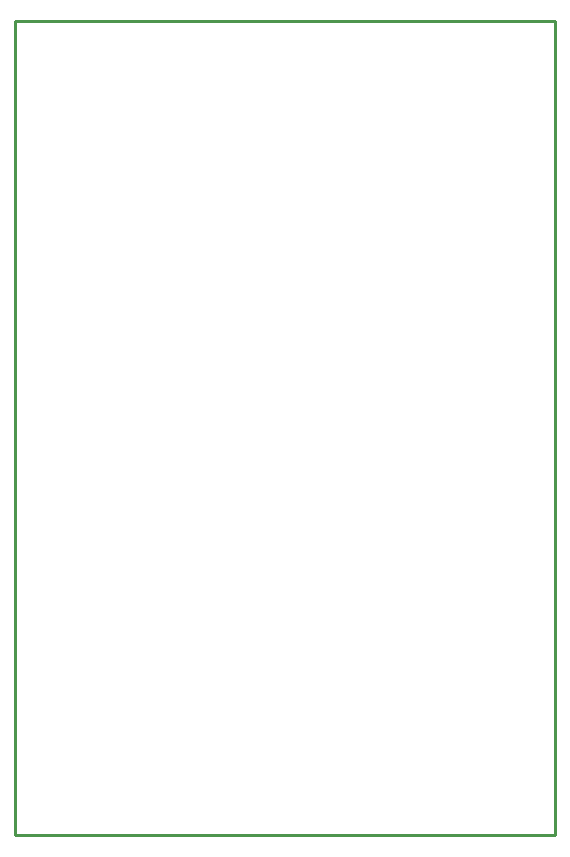
<source format=gbr>
G04 EAGLE Gerber RS-274X export*
G75*
%MOMM*%
%FSLAX34Y34*%
%LPD*%
%IN*%
%IPPOS*%
%AMOC8*
5,1,8,0,0,1.08239X$1,22.5*%
G01*
G04 Define Apertures*
%ADD10C,0.254000*%
D10*
X0Y0D02*
X457000Y0D01*
X457000Y688850D01*
X0Y688850D01*
X0Y0D01*
M02*

</source>
